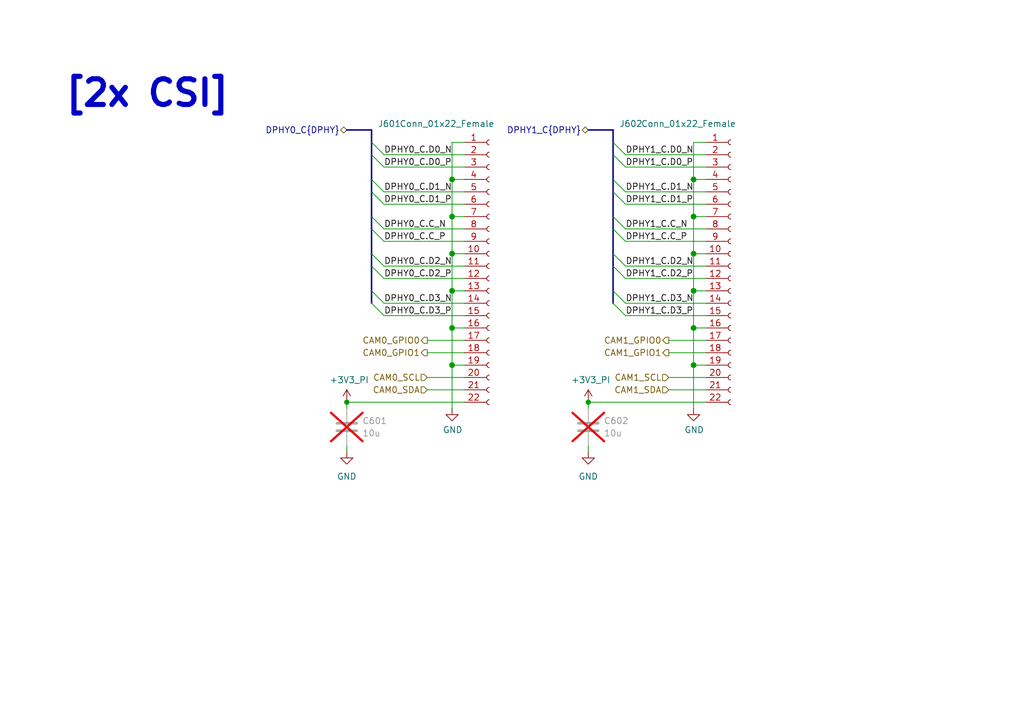
<source format=kicad_sch>
(kicad_sch (version 20231120) (generator "eeschema") (generator_version "8.0")
  (paper "A5")
  (title_block (title "bac SBC Raspberry Pi CM5 Carrier Board v1") (date "2025-03-23") (rev "1") (company "Build a CubeSat") (comment 1 "Original: P. Colangeli, respin: M. Imboden") (comment 2 "CERN-OHL-S-2.0") (comment 3 "https://buildacubesat.space") (comment 4 "Respun from \"CM5 MINIMA REV2\" by Pierluigi Colangeli") (comment 5 "https://github.com/piecol/CM5_MINIMA_REV2") (comment 6 "Thanks, Pier!"))
  (lib_symbols
    (symbol "Connector:Conn_01x22_Socket" (pin_names (offset 1.016) hide)
      (property "Reference" "J" (at 0 27.94 0))
      (property "Value" "Conn_01x22_Socket" (at 0 -30.48 0))
      (symbol "Conn_01x22_Socket_1_1"
        (arc (start 0 -27.432) (mid -0.5058 -27.94) (end 0 -28.448) (stroke (width 0.1524)))
        (arc (start 0 -24.892) (mid -0.5058 -25.4) (end 0 -25.908) (stroke (width 0.1524)))
        (arc (start 0 -22.352) (mid -0.5058 -22.86) (end 0 -23.368) (stroke (width 0.1524)))
        (arc (start 0 -19.812) (mid -0.5058 -20.32) (end 0 -20.828) (stroke (width 0.1524)))
        (arc (start 0 -17.272) (mid -0.5058 -17.78) (end 0 -18.288) (stroke (width 0.1524)))
        (arc (start 0 -14.732) (mid -0.5058 -15.24) (end 0 -15.748) (stroke (width 0.1524)))
        (arc (start 0 -12.192) (mid -0.5058 -12.7) (end 0 -13.208) (stroke (width 0.1524)))
        (arc (start 0 -9.652) (mid -0.5058 -10.16) (end 0 -10.668) (stroke (width 0.1524)))
        (arc (start 0 -7.112) (mid -0.5058 -7.62) (end 0 -8.128) (stroke (width 0.1524)))
        (arc (start 0 -4.572) (mid -0.5058 -5.08) (end 0 -5.588) (stroke (width 0.1524)))
        (arc (start 0 -2.032) (mid -0.5058 -2.54) (end 0 -3.048) (stroke (width 0.1524)))
        (polyline (pts (xy -1.27 -27.94) (xy -0.508 -27.94)) (stroke (width 0.1524)))
        (polyline (pts (xy -1.27 -25.4) (xy -0.508 -25.4)) (stroke (width 0.1524)))
        (polyline (pts (xy -1.27 -22.86) (xy -0.508 -22.86)) (stroke (width 0.1524)))
        (polyline (pts (xy -1.27 -20.32) (xy -0.508 -20.32)) (stroke (width 0.1524)))
        (polyline (pts (xy -1.27 -17.78) (xy -0.508 -17.78)) (stroke (width 0.1524)))
        (polyline (pts (xy -1.27 -15.24) (xy -0.508 -15.24)) (stroke (width 0.1524)))
        (polyline (pts (xy -1.27 -12.7) (xy -0.508 -12.7)) (stroke (width 0.1524)))
        (polyline (pts (xy -1.27 -10.16) (xy -0.508 -10.16)) (stroke (width 0.1524)))
        (polyline (pts (xy -1.27 -7.62) (xy -0.508 -7.62)) (stroke (width 0.1524)))
        (polyline (pts (xy -1.27 -5.08) (xy -0.508 -5.08)) (stroke (width 0.1524)))
        (polyline (pts (xy -1.27 -2.54) (xy -0.508 -2.54)) (stroke (width 0.1524)))
        (polyline (pts (xy -1.27 0) (xy -0.508 0)) (stroke (width 0.1524)))
        (polyline (pts (xy -1.27 2.54) (xy -0.508 2.54)) (stroke (width 0.1524)))
        (polyline (pts (xy -1.27 5.08) (xy -0.508 5.08)) (stroke (width 0.1524)))
        (polyline (pts (xy -1.27 7.62) (xy -0.508 7.62)) (stroke (width 0.1524)))
        (polyline (pts (xy -1.27 10.16) (xy -0.508 10.16)) (stroke (width 0.1524)))
        (polyline (pts (xy -1.27 12.7) (xy -0.508 12.7)) (stroke (width 0.1524)))
        (polyline (pts (xy -1.27 15.24) (xy -0.508 15.24)) (stroke (width 0.1524)))
        (polyline (pts (xy -1.27 17.78) (xy -0.508 17.78)) (stroke (width 0.1524)))
        (polyline (pts (xy -1.27 20.32) (xy -0.508 20.32)) (stroke (width 0.1524)))
        (polyline (pts (xy -1.27 22.86) (xy -0.508 22.86)) (stroke (width 0.1524)))
        (polyline (pts (xy -1.27 25.4) (xy -0.508 25.4)) (stroke (width 0.1524)))
        (arc (start 0 0.508) (mid -0.5058 0) (end 0 -0.508) (stroke (width 0.1524)))
        (arc (start 0 3.048) (mid -0.5058 2.54) (end 0 2.032) (stroke (width 0.1524)))
        (arc (start 0 5.588) (mid -0.5058 5.08) (end 0 4.572) (stroke (width 0.1524)))
        (arc (start 0 8.128) (mid -0.5058 7.62) (end 0 7.112) (stroke (width 0.1524)))
        (arc (start 0 10.668) (mid -0.5058 10.16) (end 0 9.652) (stroke (width 0.1524)))
        (arc (start 0 13.208) (mid -0.5058 12.7) (end 0 12.192) (stroke (width 0.1524)))
        (arc (start 0 15.748) (mid -0.5058 15.24) (end 0 14.732) (stroke (width 0.1524)))
        (arc (start 0 18.288) (mid -0.5058 17.78) (end 0 17.272) (stroke (width 0.1524)))
        (arc (start 0 20.828) (mid -0.5058 20.32) (end 0 19.812) (stroke (width 0.1524)))
        (arc (start 0 23.368) (mid -0.5058 22.86) (end 0 22.352) (stroke (width 0.1524)))
        (arc (start 0 25.908) (mid -0.5058 25.4) (end 0 24.892) (stroke (width 0.1524)))
        (pin passive line (at -5.08 25.4 0) (length 3.81) (name "Pin_1") (number "1"))
        (pin passive line (at -5.08 2.54 0) (length 3.81) (name "Pin_10") (number "10"))
        (pin passive line (at -5.08 0 0) (length 3.81) (name "Pin_11") (number "11"))
        (pin passive line (at -5.08 -2.54 0) (length 3.81) (name "Pin_12") (number "12"))
        (pin passive line (at -5.08 -5.08 0) (length 3.81) (name "Pin_13") (number "13"))
        (pin passive line (at -5.08 -7.62 0) (length 3.81) (name "Pin_14") (number "14"))
        (pin passive line (at -5.08 -10.16 0) (length 3.81) (name "Pin_15") (number "15"))
        (pin passive line (at -5.08 -12.7 0) (length 3.81) (name "Pin_16") (number "16"))
        (pin passive line (at -5.08 -15.24 0) (length 3.81) (name "Pin_17") (number "17"))
        (pin passive line (at -5.08 -17.78 0) (length 3.81) (name "Pin_18") (number "18"))
        (pin passive line (at -5.08 -20.32 0) (length 3.81) (name "Pin_19") (number "19"))
        (pin passive line (at -5.08 22.86 0) (length 3.81) (name "Pin_2") (number "2"))
        (pin passive line (at -5.08 -22.86 0) (length 3.81) (name "Pin_20") (number "20"))
        (pin passive line (at -5.08 -25.4 0) (length 3.81) (name "Pin_21") (number "21"))
        (pin passive line (at -5.08 -27.94 0) (length 3.81) (name "Pin_22") (number "22"))
        (pin passive line (at -5.08 20.32 0) (length 3.81) (name "Pin_3") (number "3"))
        (pin passive line (at -5.08 17.78 0) (length 3.81) (name "Pin_4") (number "4"))
        (pin passive line (at -5.08 15.24 0) (length 3.81) (name "Pin_5") (number "5"))
        (pin passive line (at -5.08 12.7 0) (length 3.81) (name "Pin_6") (number "6"))
        (pin passive line (at -5.08 10.16 0) (length 3.81) (name "Pin_7") (number "7"))
        (pin passive line (at -5.08 7.62 0) (length 3.81) (name "Pin_8") (number "8"))
        (pin passive line (at -5.08 5.08 0) (length 3.81) (name "Pin_9") (number "9"))
      )
    )
    (symbol "Device:C" (pin_numbers hide) (pin_names (offset 0.254))
      (property "Reference" "C" (at 0.635 2.54 0))
      (property "Value" "C" (at 0.635 -2.54 0))
      (symbol "C_0_1"
        (polyline (pts (xy -2.032 -0.762) (xy 2.032 -0.762)) (stroke (width 0.508)))
        (polyline (pts (xy -2.032 0.762) (xy 2.032 0.762)) (stroke (width 0.508)))
      )
      (symbol "C_1_1"
        (pin passive line (at 0 3.81 270) (length 2.794) (name "~") (number "1"))
        (pin passive line (at 0 -3.81 90) (length 2.794) (name "~") (number "2"))
      )
    )
    (symbol "power:+3V3" (power) (pin_numbers hide) (pin_names (offset 0) hide)
      (property "Value" "+3V3" (at 0 3.556 0))
      (symbol "+3V3_0_1"
        (polyline (pts (xy -0.762 1.27) (xy 0 2.54)))
        (polyline (pts (xy 0 0) (xy 0 2.54)))
        (polyline (pts (xy 0 2.54) (xy 0.762 1.27)))
      )
      (symbol "+3V3_1_1"
        (pin power_in line (at 0 0 90) (length 0) (name "~") (number "1"))
      )
    )
    (symbol "power:GND" (power) (pin_numbers hide) (pin_names (offset 0) hide)
      (property "Value" "GND" (at 0 -3.81 0))
      (symbol "GND_0_1"
        (polyline (pts (xy 0 0) (xy 0 -1.27) (xy 1.27 -1.27) (xy 0 -2.54) (xy -1.27 -1.27) (xy 0 -1.27)))
      )
      (symbol "GND_1_1"
        (pin power_in line (at 0 0 270) (length 0) (name "~") (number "1"))
      )
    )
  )
  (junction (at 92.71 59.69) (diameter 1.016))
  (junction (at 71.12 82.55))
  (junction (at 92.71 44.45) (diameter 1.016))
  (junction (at 142.24 44.45) (diameter 1.016))
  (junction (at 92.71 67.31) (diameter 1.016))
  (junction (at 142.24 52.07) (diameter 1.016))
  (junction (at 92.71 36.83) (diameter 1.016))
  (junction (at 92.71 52.07) (diameter 1.016))
  (junction (at 120.65 82.55))
  (junction (at 142.24 74.93) (diameter 1.016))
  (junction (at 142.24 36.83) (diameter 1.016))
  (junction (at 142.24 67.31) (diameter 1.016))
  (junction (at 142.24 59.69) (diameter 1.016))
  (junction (at 92.71 74.93) (diameter 1.016))
  (bus_entry (at 76.2 52.07) (size 2.54 2.54))
  (bus_entry (at 76.2 31.75) (size 2.54 2.54))
  (bus_entry (at 125.73 46.99) (size 2.54 2.54))
  (bus_entry (at 76.2 36.83) (size 2.54 2.54))
  (bus_entry (at 125.73 59.69) (size 2.54 2.54))
  (bus_entry (at 125.73 52.07) (size 2.54 2.54))
  (bus_entry (at 76.2 62.23) (size 2.54 2.54))
  (bus_entry (at 125.73 36.83) (size 2.54 2.54))
  (bus_entry (at 125.73 29.21) (size 2.54 2.54))
  (bus_entry (at 76.2 59.69) (size 2.54 2.54))
  (bus_entry (at 125.73 54.61) (size 2.54 2.54))
  (bus_entry (at 76.2 46.99) (size 2.54 2.54))
  (bus_entry (at 76.2 39.37) (size 2.54 2.54))
  (bus_entry (at 125.73 39.37) (size 2.54 2.54))
  (bus_entry (at 125.73 62.23) (size 2.54 2.54))
  (bus_entry (at 125.73 31.75) (size 2.54 2.54))
  (bus_entry (at 76.2 54.61) (size 2.54 2.54))
  (bus_entry (at 76.2 44.45) (size 2.54 2.54))
  (bus_entry (at 76.2 29.21) (size 2.54 2.54))
  (bus_entry (at 125.73 44.45) (size 2.54 2.54))
  (wire (pts (xy 92.71 44.45) (xy 92.71 52.07)))
  (wire (pts (xy 144.78 80.01) (xy 137.16 80.01)))
  (bus (pts (xy 125.73 54.61) (xy 125.73 52.07)))
  (wire (pts (xy 142.24 44.45) (xy 144.78 44.45)))
  (wire (pts (xy 78.74 41.91) (xy 95.25 41.91)))
  (wire (pts (xy 78.74 34.29) (xy 95.25 34.29)))
  (bus (pts (xy 76.2 36.83) (xy 76.2 31.75)))
  (wire (pts (xy 92.71 52.07) (xy 92.71 59.69)))
  (wire (pts (xy 142.24 36.83) (xy 144.78 36.83)))
  (wire (pts (xy 71.12 82.55) (xy 71.12 83.82)))
  (bus (pts (xy 71.12 26.67) (xy 76.2 26.67)))
  (wire (pts (xy 87.63 69.85) (xy 95.25 69.85)))
  (wire (pts (xy 120.65 82.55) (xy 120.65 83.82)))
  (wire (pts (xy 128.27 49.53) (xy 144.78 49.53)))
  (bus (pts (xy 76.2 31.75) (xy 76.2 29.21)))
  (wire (pts (xy 142.24 67.31) (xy 144.78 67.31)))
  (bus (pts (xy 76.2 46.99) (xy 76.2 44.45)))
  (wire (pts (xy 144.78 29.21) (xy 142.24 29.21)))
  (wire (pts (xy 92.71 67.31) (xy 92.71 74.93)))
  (bus (pts (xy 76.2 29.21) (xy 76.2 26.67)))
  (wire (pts (xy 87.63 72.39) (xy 95.25 72.39)))
  (wire (pts (xy 92.71 36.83) (xy 95.25 36.83)))
  (bus (pts (xy 125.73 29.21) (xy 125.73 26.67)))
  (wire (pts (xy 142.24 59.69) (xy 142.24 67.31)))
  (wire (pts (xy 142.24 36.83) (xy 142.24 44.45)))
  (wire (pts (xy 92.71 59.69) (xy 92.71 67.31)))
  (wire (pts (xy 78.74 49.53) (xy 95.25 49.53)))
  (bus (pts (xy 76.2 54.61) (xy 76.2 52.07)))
  (wire (pts (xy 128.27 64.77) (xy 144.78 64.77)))
  (wire (pts (xy 78.74 46.99) (xy 95.25 46.99)))
  (wire (pts (xy 128.27 31.75) (xy 144.78 31.75)))
  (wire (pts (xy 128.27 54.61) (xy 144.78 54.61)))
  (wire (pts (xy 144.78 77.47) (xy 137.16 77.47)))
  (wire (pts (xy 128.27 41.91) (xy 144.78 41.91)))
  (wire (pts (xy 128.27 39.37) (xy 144.78 39.37)))
  (bus (pts (xy 125.73 36.83) (xy 125.73 31.75)))
  (bus (pts (xy 125.73 31.75) (xy 125.73 29.21)))
  (wire (pts (xy 142.24 74.93) (xy 144.78 74.93)))
  (wire (pts (xy 95.25 82.55) (xy 71.12 82.55)))
  (wire (pts (xy 78.74 62.23) (xy 95.25 62.23)))
  (wire (pts (xy 92.71 52.07) (xy 95.25 52.07)))
  (wire (pts (xy 92.71 29.21) (xy 92.71 36.83)))
  (bus (pts (xy 76.2 39.37) (xy 76.2 36.83)))
  (wire (pts (xy 142.24 67.31) (xy 142.24 74.93)))
  (bus (pts (xy 76.2 52.07) (xy 76.2 46.99)))
  (bus (pts (xy 76.2 62.23) (xy 76.2 59.69)))
  (wire (pts (xy 78.74 64.77) (xy 95.25 64.77)))
  (wire (pts (xy 92.71 74.93) (xy 95.25 74.93)))
  (wire (pts (xy 128.27 62.23) (xy 144.78 62.23)))
  (wire (pts (xy 78.74 54.61) (xy 95.25 54.61)))
  (bus (pts (xy 125.73 39.37) (xy 125.73 36.83)))
  (wire (pts (xy 71.12 92.71) (xy 71.12 91.44)))
  (bus (pts (xy 76.2 44.45) (xy 76.2 39.37)))
  (wire (pts (xy 95.25 77.47) (xy 87.63 77.47)))
  (wire (pts (xy 142.24 44.45) (xy 142.24 52.07)))
  (wire (pts (xy 92.71 59.69) (xy 95.25 59.69)))
  (bus (pts (xy 125.73 59.69) (xy 125.73 54.61)))
  (wire (pts (xy 92.71 74.93) (xy 92.71 83.82)))
  (wire (pts (xy 128.27 46.99) (xy 144.78 46.99)))
  (wire (pts (xy 142.24 52.07) (xy 142.24 59.69)))
  (wire (pts (xy 92.71 67.31) (xy 95.25 67.31)))
  (wire (pts (xy 78.74 57.15) (xy 95.25 57.15)))
  (wire (pts (xy 142.24 74.93) (xy 142.24 83.82)))
  (wire (pts (xy 78.74 31.75) (xy 95.25 31.75)))
  (wire (pts (xy 128.27 34.29) (xy 144.78 34.29)))
  (bus (pts (xy 125.73 46.99) (xy 125.73 44.45)))
  (wire (pts (xy 95.25 29.21) (xy 92.71 29.21)))
  (wire (pts (xy 128.27 57.15) (xy 144.78 57.15)))
  (wire (pts (xy 137.16 69.85) (xy 144.78 69.85)))
  (bus (pts (xy 125.73 52.07) (xy 125.73 46.99)))
  (bus (pts (xy 125.73 62.23) (xy 125.73 59.69)))
  (bus (pts (xy 76.2 59.69) (xy 76.2 54.61)))
  (wire (pts (xy 78.74 39.37) (xy 95.25 39.37)))
  (wire (pts (xy 137.16 72.39) (xy 144.78 72.39)))
  (wire (pts (xy 92.71 44.45) (xy 95.25 44.45)))
  (wire (pts (xy 95.25 80.01) (xy 87.63 80.01)))
  (bus (pts (xy 120.65 26.67) (xy 125.73 26.67)))
  (wire (pts (xy 142.24 29.21) (xy 142.24 36.83)))
  (bus (pts (xy 125.73 44.45) (xy 125.73 39.37)))
  (wire (pts (xy 142.24 59.69) (xy 144.78 59.69)))
  (wire (pts (xy 144.78 82.55) (xy 120.65 82.55)))
  (wire (pts (xy 92.71 36.83) (xy 92.71 44.45)))
  (wire (pts (xy 142.24 52.07) (xy 144.78 52.07)))
  (wire (pts (xy 120.65 92.71) (xy 120.65 91.44)))
  (text "[2x CSI]" (at 30.226 19.304 0) (effects (font (size 5.27 5.27) (bold yes))))
  (label "DPHY0_C.D1_N" (at 78.74 39.37 0))
  (label "DPHY0_C.D0_P" (at 78.74 34.29 0))
  (label "DPHY0_C.C_P" (at 78.74 49.53 0))
  (label "DPHY1_C.D2_N" (at 128.27 54.61 0))
  (label "DPHY0_C.D3_N" (at 78.74 62.23 0))
  (label "DPHY1_C.C_N" (at 128.27 46.99 0))
  (label "DPHY0_C.D1_P" (at 78.74 41.91 0))
  (label "DPHY1_C.D2_P" (at 128.27 57.15 0))
  (label "DPHY0_C.D2_P" (at 78.74 57.15 0))
  (label "DPHY1_C.D3_N" (at 128.27 62.23 0))
  (label "DPHY0_C.C_N" (at 78.74 46.99 0))
  (label "DPHY0_C.D0_N" (at 78.74 31.75 0))
  (label "DPHY1_C.D1_N" (at 128.27 39.37 0))
  (label "DPHY1_C.D3_P" (at 128.27 64.77 0))
  (label "DPHY1_C.D0_P" (at 128.27 34.29 0))
  (label "DPHY1_C.D0_N" (at 128.27 31.75 0))
  (label "DPHY1_C.D1_P" (at 128.27 41.91 0))
  (label "DPHY0_C.D3_P" (at 78.74 64.77 0))
  (label "DPHY0_C.D2_N" (at 78.74 54.61 0))
  (label "DPHY1_C.C_P" (at 128.27 49.53 0))
  (hierarchical_label "DPHY1_C{DPHY}" (shape bidirectional) (at 120.65 26.67 180))
  (hierarchical_label "CAM1_GPIO1" (shape output) (at 137.16 72.39 180))
  (hierarchical_label "CAM1_SCL" (shape input) (at 137.16 77.47 180))
  (hierarchical_label "CAM0_SDA" (shape input) (at 87.63 80.01 180))
  (hierarchical_label "CAM0_GPIO1" (shape output) (at 87.63 72.39 180))
  (hierarchical_label "CAM0_GPIO0" (shape output) (at 87.63 69.85 180))
  (hierarchical_label "CAM0_SCL" (shape input) (at 87.63 77.47 180))
  (hierarchical_label "CAM1_SDA" (shape input) (at 137.16 80.01 180))
  (hierarchical_label "DPHY0_C{DPHY}" (shape bidirectional) (at 71.12 26.67 180))
  (hierarchical_label "CAM1_GPIO0" (shape output) (at 137.16 69.85 180))
  (symbol (lib_id "Device:C") (at 71.12 87.63 0) (unit 1) (in_bom no) (on_board no) (dnp yes)
    (property "Reference" "C601" (at 74.295 86.3599 0) (effects (justify left)))
    (property "Value" "10u" (at 74.295 88.8999 0) (effects (justify left)))
    (property "Footprint" "Capacitor_SMD:C_0805_2012Metric" (effects (hide yes)))
    (property "P/N" "C0805C475M3PAC" (effects (hide yes)))
    (property "Package" "0805" (effects (hide yes)))
    (property "VAux" "25V" (effects (hide yes)))
    (property "Part Description" "4.7uF 10% 10V Ceramic Capacitor X7R 0805 (2012 Metric)" (effects (hide yes)))
  )
  (symbol (lib_id "power:GND") (at 120.65 92.71 0) (unit 1)
    (property "Reference" "#PWR0605" (effects (hide yes)))
    (property "Value" "GND" (at 120.65 97.79 0))
    (property "Description" "Power symbol creates a global label with name \"GND\" , ground" (effects (hide yes)))
  )
  (symbol (lib_id "Device:C") (at 120.65 87.63 0) (unit 1) (exclude_from_sim yes) (in_bom no) (on_board no) (dnp yes)
    (property "Reference" "C602" (at 123.825 86.3599 0) (effects (justify left)))
    (property "Value" "10u" (at 123.825 88.8999 0) (effects (justify left)))
    (property "Footprint" "Capacitor_SMD:C_0805_2012Metric" (effects (hide yes)))
    (property "P/N" "C0805C475M3PAC" (effects (hide yes)))
    (property "Package" "0805" (effects (hide yes)))
    (property "VAux" "25V" (effects (hide yes)))
    (property "Part Description" "4.7uF 10% 10V Ceramic Capacitor X7R 0805 (2012 Metric)" (effects (hide yes)))
  )
  (symbol (lib_id "power:GND") (at 142.24 83.82 0) (unit 1)
    (property "Reference" "#PWR0606" (effects (hide yes)))
    (property "Value" "GND" (at 142.367 88.2142 0))
    (property "Description" "Power symbol creates a global label with name \"GND\" , ground" (effects (hide yes)))
  )
  (symbol (lib_id "Connector:Conn_01x22_Socket") (at 149.86 54.61 0) (unit 1)
    (property "Reference" "J602" (at 127 25.4 0) (effects (justify left)))
    (property "Value" "Conn_01x22_Female" (at 131.445 25.4 0) (effects (justify left)))
    (property "Footprint" "bac CM5 Carrier Board v1:piecol-Hirose-FH12-22S-0.5SH-1x22-1MP-P0.50mm-Horizontal" (effects (hide yes)))
    (property "Datasheet" "https://www.hirose.com/product/document?clcode=&productname=&series=FH12&documenttype=Catalog&lang=en&documentid=D31648_en" (effects (hide yes)))
    (property "Field4" "Mouser" (effects (hide yes)))
    (property "Field5" "798-FH12-22S-0.5SH55" (effects (hide yes)))
    (property "Field6" "FH12-22S-0.5SH55" (effects (hide yes)))
    (property "Field7" "Hirose" (effects (hide yes)))
    (property "Part Description" "22 Position FFC, FPC Connector Contacts, Bottom 0.020\" (0.50mm) Surface Mount, Right Angle" (effects (hide yes)))
  )
  (symbol (lib_id "power:GND") (at 71.12 92.71 0) (unit 1)
    (property "Reference" "#PWR0602" (effects (hide yes)))
    (property "Value" "GND" (at 71.12 97.79 0))
    (property "Description" "Power symbol creates a global label with name \"GND\" , ground" (effects (hide yes)))
  )
  (symbol (lib_id "power:+3V3") (at 120.65 82.55 0) (unit 1)
    (property "Reference" "#PWR0604" (effects (hide yes)))
    (property "Value" "+3V3_PI" (at 117.094 77.978 0) (effects (justify left)))
    (property "Description" "Power symbol creates a global label with name \"+3V3\"" (effects (hide yes)))
  )
  (symbol (lib_id "power:+3V3") (at 71.12 82.55 0) (unit 1)
    (property "Reference" "#PWR0601" (effects (hide yes)))
    (property "Value" "+3V3_PI" (at 67.564 77.978 0) (effects (justify left)))
    (property "Description" "Power symbol creates a global label with name \"+3V3\"" (effects (hide yes)))
  )
  (symbol (lib_id "power:GND") (at 92.71 83.82 0) (unit 1)
    (property "Reference" "#PWR0603" (effects (hide yes)))
    (property "Value" "GND" (at 92.837 88.2142 0))
    (property "Description" "Power symbol creates a global label with name \"GND\" , ground" (effects (hide yes)))
  )
  (symbol (lib_id "Connector:Conn_01x22_Socket") (at 100.33 54.61 0) (unit 1)
    (property "Reference" "J601" (at 77.47 25.4 0) (effects (justify left)))
    (property "Value" "Conn_01x22_Female" (at 81.915 25.4 0) (effects (justify left)))
    (property "Footprint" "bac CM5 Carrier Board v1:piecol-Hirose-FH12-22S-0.5SH-1x22-1MP-P0.50mm-Horizontal" (effects (hide yes)))
    (property "Datasheet" "https://www.hirose.com/product/document?clcode=&productname=&series=FH12&documenttype=Catalog&lang=en&documentid=D31648_en" (effects (hide yes)))
    (property "Field4" "Mouser" (effects (hide yes)))
    (property "Field5" "798-FH12-22S-0.5SH55" (effects (hide yes)))
    (property "Field6" "FH12-22S-0.5SH55" (effects (hide yes)))
    (property "Field7" "Hirose" (effects (hide yes)))
    (property "Part Description" "22 Position FFC, FPC Connector Contacts, Bottom 0.020\" (0.50mm) Surface Mount, Right Angle" (effects (hide yes)))
  )
)
</source>
